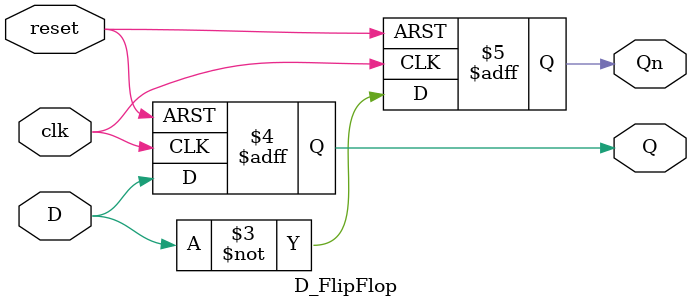
<source format=v>
/* Behavioral model of D_flipflop with Asynchronous Reset
*/

module D_FlipFlop( output reg Q, Qn
		,input wire clk,D, reset);
always @(posedge clk or negedge reset)
  if(!reset)
	begin 
	Q <= 0;
	Qn <= 1;
	end 
   else
	begin 
	 Q <= D;
	Qn <= ~D;
	end
endmodule

</source>
